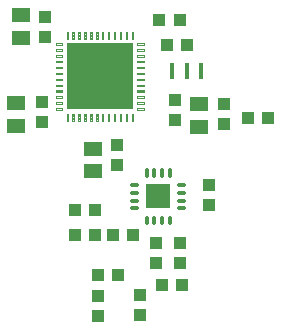
<source format=gbr>
G04 EAGLE Gerber RS-274X export*
G75*
%MOMM*%
%FSLAX34Y34*%
%LPD*%
%INSolderpaste Bottom*%
%IPPOS*%
%AMOC8*
5,1,8,0,0,1.08239X$1,22.5*%
G01*
%ADD10R,1.100000X1.000000*%
%ADD11R,1.500000X1.300000*%
%ADD12C,0.124994*%
%ADD13R,5.699988X5.699988*%
%ADD14R,0.400000X1.399997*%
%ADD15R,1.000000X1.100000*%
%ADD16C,0.262500*%
%ADD17R,2.150000X2.150000*%


D10*
X461596Y374106D03*
X478596Y374106D03*
D11*
X420379Y366256D03*
X420379Y385256D03*
D12*
X367654Y435764D02*
X367654Y437014D01*
X373404Y437014D01*
X373404Y435764D01*
X367654Y435764D01*
X367654Y436951D02*
X373404Y436951D01*
X367654Y432014D02*
X367654Y430764D01*
X367654Y432014D02*
X373404Y432014D01*
X373404Y430764D01*
X367654Y430764D01*
X367654Y431951D02*
X373404Y431951D01*
X367654Y427014D02*
X367654Y425764D01*
X367654Y427014D02*
X373404Y427014D01*
X373404Y425764D01*
X367654Y425764D01*
X367654Y426951D02*
X373404Y426951D01*
X367654Y422014D02*
X367654Y420764D01*
X367654Y422014D02*
X373404Y422014D01*
X373404Y420764D01*
X367654Y420764D01*
X367654Y421951D02*
X373404Y421951D01*
X367654Y417014D02*
X367654Y415764D01*
X367654Y417014D02*
X373404Y417014D01*
X373404Y415764D01*
X367654Y415764D01*
X367654Y416951D02*
X373404Y416951D01*
X367654Y412014D02*
X367654Y410764D01*
X367654Y412014D02*
X373404Y412014D01*
X373404Y410764D01*
X367654Y410764D01*
X367654Y411951D02*
X373404Y411951D01*
X367654Y407014D02*
X367654Y405764D01*
X367654Y407014D02*
X373404Y407014D01*
X373404Y405764D01*
X367654Y405764D01*
X367654Y406951D02*
X373404Y406951D01*
X367654Y402014D02*
X367654Y400764D01*
X367654Y402014D02*
X373404Y402014D01*
X373404Y400764D01*
X367654Y400764D01*
X367654Y401951D02*
X373404Y401951D01*
X367654Y397014D02*
X367654Y395764D01*
X367654Y397014D02*
X373404Y397014D01*
X373404Y395764D01*
X367654Y395764D01*
X367654Y396951D02*
X373404Y396951D01*
X367654Y392014D02*
X367654Y390764D01*
X367654Y392014D02*
X373404Y392014D01*
X373404Y390764D01*
X367654Y390764D01*
X367654Y391951D02*
X373404Y391951D01*
X367654Y387014D02*
X367654Y385764D01*
X367654Y387014D02*
X373404Y387014D01*
X373404Y385764D01*
X367654Y385764D01*
X367654Y386951D02*
X373404Y386951D01*
X367654Y382014D02*
X367654Y380764D01*
X367654Y382014D02*
X373404Y382014D01*
X373404Y380764D01*
X367654Y380764D01*
X367654Y381951D02*
X373404Y381951D01*
X364154Y377264D02*
X362904Y377264D01*
X364154Y377264D02*
X364154Y371514D01*
X362904Y371514D01*
X362904Y377264D01*
X362904Y372701D02*
X364154Y372701D01*
X364154Y373888D02*
X362904Y373888D01*
X362904Y375075D02*
X364154Y375075D01*
X364154Y376262D02*
X362904Y376262D01*
X359154Y377264D02*
X357904Y377264D01*
X359154Y377264D02*
X359154Y371514D01*
X357904Y371514D01*
X357904Y377264D01*
X357904Y372701D02*
X359154Y372701D01*
X359154Y373888D02*
X357904Y373888D01*
X357904Y375075D02*
X359154Y375075D01*
X359154Y376262D02*
X357904Y376262D01*
X354154Y377264D02*
X352904Y377264D01*
X354154Y377264D02*
X354154Y371514D01*
X352904Y371514D01*
X352904Y377264D01*
X352904Y372701D02*
X354154Y372701D01*
X354154Y373888D02*
X352904Y373888D01*
X352904Y375075D02*
X354154Y375075D01*
X354154Y376262D02*
X352904Y376262D01*
X349154Y377264D02*
X347904Y377264D01*
X349154Y377264D02*
X349154Y371514D01*
X347904Y371514D01*
X347904Y377264D01*
X347904Y372701D02*
X349154Y372701D01*
X349154Y373888D02*
X347904Y373888D01*
X347904Y375075D02*
X349154Y375075D01*
X349154Y376262D02*
X347904Y376262D01*
X344154Y377264D02*
X342904Y377264D01*
X344154Y377264D02*
X344154Y371514D01*
X342904Y371514D01*
X342904Y377264D01*
X342904Y372701D02*
X344154Y372701D01*
X344154Y373888D02*
X342904Y373888D01*
X342904Y375075D02*
X344154Y375075D01*
X344154Y376262D02*
X342904Y376262D01*
X339154Y377264D02*
X337904Y377264D01*
X339154Y377264D02*
X339154Y371514D01*
X337904Y371514D01*
X337904Y377264D01*
X337904Y372701D02*
X339154Y372701D01*
X339154Y373888D02*
X337904Y373888D01*
X337904Y375075D02*
X339154Y375075D01*
X339154Y376262D02*
X337904Y376262D01*
X334154Y377264D02*
X332904Y377264D01*
X334154Y377264D02*
X334154Y371514D01*
X332904Y371514D01*
X332904Y377264D01*
X332904Y372701D02*
X334154Y372701D01*
X334154Y373888D02*
X332904Y373888D01*
X332904Y375075D02*
X334154Y375075D01*
X334154Y376262D02*
X332904Y376262D01*
X329154Y377264D02*
X327904Y377264D01*
X329154Y377264D02*
X329154Y371514D01*
X327904Y371514D01*
X327904Y377264D01*
X327904Y372701D02*
X329154Y372701D01*
X329154Y373888D02*
X327904Y373888D01*
X327904Y375075D02*
X329154Y375075D01*
X329154Y376262D02*
X327904Y376262D01*
X324154Y377264D02*
X322904Y377264D01*
X324154Y377264D02*
X324154Y371514D01*
X322904Y371514D01*
X322904Y377264D01*
X322904Y372701D02*
X324154Y372701D01*
X324154Y373888D02*
X322904Y373888D01*
X322904Y375075D02*
X324154Y375075D01*
X324154Y376262D02*
X322904Y376262D01*
X319154Y377264D02*
X317904Y377264D01*
X319154Y377264D02*
X319154Y371514D01*
X317904Y371514D01*
X317904Y377264D01*
X317904Y372701D02*
X319154Y372701D01*
X319154Y373888D02*
X317904Y373888D01*
X317904Y375075D02*
X319154Y375075D01*
X319154Y376262D02*
X317904Y376262D01*
X314154Y377264D02*
X312904Y377264D01*
X314154Y377264D02*
X314154Y371514D01*
X312904Y371514D01*
X312904Y377264D01*
X312904Y372701D02*
X314154Y372701D01*
X314154Y373888D02*
X312904Y373888D01*
X312904Y375075D02*
X314154Y375075D01*
X314154Y376262D02*
X312904Y376262D01*
X309154Y377264D02*
X307904Y377264D01*
X309154Y377264D02*
X309154Y371514D01*
X307904Y371514D01*
X307904Y377264D01*
X307904Y372701D02*
X309154Y372701D01*
X309154Y373888D02*
X307904Y373888D01*
X307904Y375075D02*
X309154Y375075D01*
X309154Y376262D02*
X307904Y376262D01*
X304404Y380764D02*
X304404Y382014D01*
X304404Y380764D02*
X298654Y380764D01*
X298654Y382014D01*
X304404Y382014D01*
X304404Y381951D02*
X298654Y381951D01*
X304404Y385764D02*
X304404Y387014D01*
X304404Y385764D02*
X298654Y385764D01*
X298654Y387014D01*
X304404Y387014D01*
X304404Y386951D02*
X298654Y386951D01*
X304404Y390764D02*
X304404Y392014D01*
X304404Y390764D02*
X298654Y390764D01*
X298654Y392014D01*
X304404Y392014D01*
X304404Y391951D02*
X298654Y391951D01*
X304404Y395764D02*
X304404Y397014D01*
X304404Y395764D02*
X298654Y395764D01*
X298654Y397014D01*
X304404Y397014D01*
X304404Y396951D02*
X298654Y396951D01*
X304404Y400764D02*
X304404Y402014D01*
X304404Y400764D02*
X298654Y400764D01*
X298654Y402014D01*
X304404Y402014D01*
X304404Y401951D02*
X298654Y401951D01*
X304404Y405764D02*
X304404Y407014D01*
X304404Y405764D02*
X298654Y405764D01*
X298654Y407014D01*
X304404Y407014D01*
X304404Y406951D02*
X298654Y406951D01*
X304404Y410764D02*
X304404Y412014D01*
X304404Y410764D02*
X298654Y410764D01*
X298654Y412014D01*
X304404Y412014D01*
X304404Y411951D02*
X298654Y411951D01*
X304404Y415764D02*
X304404Y417014D01*
X304404Y415764D02*
X298654Y415764D01*
X298654Y417014D01*
X304404Y417014D01*
X304404Y416951D02*
X298654Y416951D01*
X304404Y420764D02*
X304404Y422014D01*
X304404Y420764D02*
X298654Y420764D01*
X298654Y422014D01*
X304404Y422014D01*
X304404Y421951D02*
X298654Y421951D01*
X304404Y425764D02*
X304404Y427014D01*
X304404Y425764D02*
X298654Y425764D01*
X298654Y427014D01*
X304404Y427014D01*
X304404Y426951D02*
X298654Y426951D01*
X304404Y430764D02*
X304404Y432014D01*
X304404Y430764D02*
X298654Y430764D01*
X298654Y432014D01*
X304404Y432014D01*
X304404Y431951D02*
X298654Y431951D01*
X304404Y435764D02*
X304404Y437014D01*
X304404Y435764D02*
X298654Y435764D01*
X298654Y437014D01*
X304404Y437014D01*
X304404Y436951D02*
X298654Y436951D01*
X307904Y440514D02*
X309154Y440514D01*
X307904Y440514D02*
X307904Y446264D01*
X309154Y446264D01*
X309154Y440514D01*
X309154Y441701D02*
X307904Y441701D01*
X307904Y442888D02*
X309154Y442888D01*
X309154Y444075D02*
X307904Y444075D01*
X307904Y445262D02*
X309154Y445262D01*
X312904Y440514D02*
X314154Y440514D01*
X312904Y440514D02*
X312904Y446264D01*
X314154Y446264D01*
X314154Y440514D01*
X314154Y441701D02*
X312904Y441701D01*
X312904Y442888D02*
X314154Y442888D01*
X314154Y444075D02*
X312904Y444075D01*
X312904Y445262D02*
X314154Y445262D01*
X317904Y440514D02*
X319154Y440514D01*
X317904Y440514D02*
X317904Y446264D01*
X319154Y446264D01*
X319154Y440514D01*
X319154Y441701D02*
X317904Y441701D01*
X317904Y442888D02*
X319154Y442888D01*
X319154Y444075D02*
X317904Y444075D01*
X317904Y445262D02*
X319154Y445262D01*
X322904Y440514D02*
X324154Y440514D01*
X322904Y440514D02*
X322904Y446264D01*
X324154Y446264D01*
X324154Y440514D01*
X324154Y441701D02*
X322904Y441701D01*
X322904Y442888D02*
X324154Y442888D01*
X324154Y444075D02*
X322904Y444075D01*
X322904Y445262D02*
X324154Y445262D01*
X327904Y440514D02*
X329154Y440514D01*
X327904Y440514D02*
X327904Y446264D01*
X329154Y446264D01*
X329154Y440514D01*
X329154Y441701D02*
X327904Y441701D01*
X327904Y442888D02*
X329154Y442888D01*
X329154Y444075D02*
X327904Y444075D01*
X327904Y445262D02*
X329154Y445262D01*
X332904Y440514D02*
X334154Y440514D01*
X332904Y440514D02*
X332904Y446264D01*
X334154Y446264D01*
X334154Y440514D01*
X334154Y441701D02*
X332904Y441701D01*
X332904Y442888D02*
X334154Y442888D01*
X334154Y444075D02*
X332904Y444075D01*
X332904Y445262D02*
X334154Y445262D01*
X337904Y440514D02*
X339154Y440514D01*
X337904Y440514D02*
X337904Y446264D01*
X339154Y446264D01*
X339154Y440514D01*
X339154Y441701D02*
X337904Y441701D01*
X337904Y442888D02*
X339154Y442888D01*
X339154Y444075D02*
X337904Y444075D01*
X337904Y445262D02*
X339154Y445262D01*
X342904Y440514D02*
X344154Y440514D01*
X342904Y440514D02*
X342904Y446264D01*
X344154Y446264D01*
X344154Y440514D01*
X344154Y441701D02*
X342904Y441701D01*
X342904Y442888D02*
X344154Y442888D01*
X344154Y444075D02*
X342904Y444075D01*
X342904Y445262D02*
X344154Y445262D01*
X347904Y440514D02*
X349154Y440514D01*
X347904Y440514D02*
X347904Y446264D01*
X349154Y446264D01*
X349154Y440514D01*
X349154Y441701D02*
X347904Y441701D01*
X347904Y442888D02*
X349154Y442888D01*
X349154Y444075D02*
X347904Y444075D01*
X347904Y445262D02*
X349154Y445262D01*
X352904Y440514D02*
X354154Y440514D01*
X352904Y440514D02*
X352904Y446264D01*
X354154Y446264D01*
X354154Y440514D01*
X354154Y441701D02*
X352904Y441701D01*
X352904Y442888D02*
X354154Y442888D01*
X354154Y444075D02*
X352904Y444075D01*
X352904Y445262D02*
X354154Y445262D01*
X357904Y440514D02*
X359154Y440514D01*
X357904Y440514D02*
X357904Y446264D01*
X359154Y446264D01*
X359154Y440514D01*
X359154Y441701D02*
X357904Y441701D01*
X357904Y442888D02*
X359154Y442888D01*
X359154Y444075D02*
X357904Y444075D01*
X357904Y445262D02*
X359154Y445262D01*
X362904Y440514D02*
X364154Y440514D01*
X362904Y440514D02*
X362904Y446264D01*
X364154Y446264D01*
X364154Y440514D01*
X364154Y441701D02*
X362904Y441701D01*
X362904Y442888D02*
X364154Y442888D01*
X364154Y444075D02*
X362904Y444075D01*
X362904Y445262D02*
X364154Y445262D01*
D13*
X336029Y408889D03*
D14*
X397593Y413098D03*
X409593Y413098D03*
X421593Y413098D03*
D11*
X269301Y441741D03*
X269301Y460741D03*
X264729Y367045D03*
X264729Y386045D03*
D15*
X399773Y372162D03*
X399773Y389162D03*
X290063Y441987D03*
X290063Y458987D03*
D10*
X386589Y456720D03*
X403589Y456720D03*
D15*
X287117Y370610D03*
X287117Y387610D03*
D10*
X392693Y435724D03*
X409693Y435724D03*
X440980Y368578D03*
X440980Y385578D03*
D16*
X374876Y330155D02*
X374876Y324779D01*
X374876Y330155D02*
X375752Y330155D01*
X375752Y324779D01*
X374876Y324779D01*
X374876Y327273D02*
X375752Y327273D01*
X375752Y329767D02*
X374876Y329767D01*
X381376Y330155D02*
X381376Y324779D01*
X381376Y330155D02*
X382252Y330155D01*
X382252Y324779D01*
X381376Y324779D01*
X381376Y327273D02*
X382252Y327273D01*
X382252Y329767D02*
X381376Y329767D01*
X387876Y330155D02*
X387876Y324779D01*
X387876Y330155D02*
X388752Y330155D01*
X388752Y324779D01*
X387876Y324779D01*
X387876Y327273D02*
X388752Y327273D01*
X388752Y329767D02*
X387876Y329767D01*
X394376Y330155D02*
X394376Y324779D01*
X394376Y330155D02*
X395252Y330155D01*
X395252Y324779D01*
X394376Y324779D01*
X394376Y327273D02*
X395252Y327273D01*
X395252Y329767D02*
X394376Y329767D01*
X402376Y317655D02*
X407752Y317655D01*
X407752Y316779D01*
X402376Y316779D01*
X402376Y317655D01*
X402376Y311155D02*
X407752Y311155D01*
X407752Y310279D01*
X402376Y310279D01*
X402376Y311155D01*
X402376Y304655D02*
X407752Y304655D01*
X407752Y303779D01*
X402376Y303779D01*
X402376Y304655D01*
X402376Y298155D02*
X407752Y298155D01*
X407752Y297279D01*
X402376Y297279D01*
X402376Y298155D01*
X395252Y290155D02*
X395252Y284779D01*
X394376Y284779D01*
X394376Y290155D01*
X395252Y290155D01*
X395252Y287273D02*
X394376Y287273D01*
X394376Y289767D02*
X395252Y289767D01*
X388752Y290155D02*
X388752Y284779D01*
X387876Y284779D01*
X387876Y290155D01*
X388752Y290155D01*
X388752Y287273D02*
X387876Y287273D01*
X387876Y289767D02*
X388752Y289767D01*
X382252Y290155D02*
X382252Y284779D01*
X381376Y284779D01*
X381376Y290155D01*
X382252Y290155D01*
X382252Y287273D02*
X381376Y287273D01*
X381376Y289767D02*
X382252Y289767D01*
X375752Y290155D02*
X375752Y284779D01*
X374876Y284779D01*
X374876Y290155D01*
X375752Y290155D01*
X375752Y287273D02*
X374876Y287273D01*
X374876Y289767D02*
X375752Y289767D01*
X367752Y297279D02*
X362376Y297279D01*
X362376Y298155D01*
X367752Y298155D01*
X367752Y297279D01*
X367752Y303779D02*
X362376Y303779D01*
X362376Y304655D01*
X367752Y304655D01*
X367752Y303779D01*
X367752Y310279D02*
X362376Y310279D01*
X362376Y311155D01*
X367752Y311155D01*
X367752Y310279D01*
X367752Y316779D02*
X362376Y316779D01*
X362376Y317655D01*
X367752Y317655D01*
X367752Y316779D01*
D17*
X385064Y307467D03*
D15*
X331842Y296164D03*
X314842Y296164D03*
X314969Y274701D03*
X331969Y274701D03*
X369824Y223765D03*
X369824Y206765D03*
X334264Y223384D03*
X334264Y206384D03*
X334527Y240538D03*
X351527Y240538D03*
X388375Y232029D03*
X405375Y232029D03*
X404114Y267961D03*
X404114Y250961D03*
D10*
X428752Y316856D03*
X428752Y299856D03*
D15*
X364227Y274701D03*
X347227Y274701D03*
X383413Y267961D03*
X383413Y250961D03*
X350393Y333765D03*
X350393Y350765D03*
D11*
X329946Y328828D03*
X329946Y347828D03*
M02*

</source>
